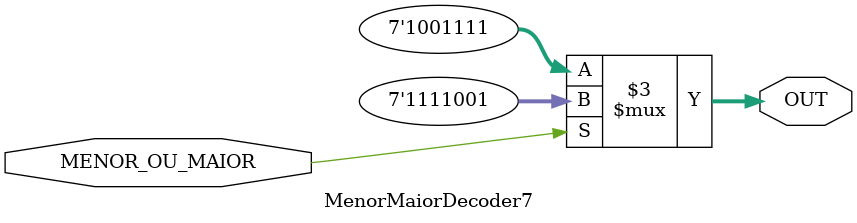
<source format=sv>
module MenorMaiorDecoder7 (
	input logic MENOR_OU_MAIOR,
	output logic [6:0] OUT
);

always_comb begin
	if (MENOR_OU_MAIOR)  OUT = 7'b1111001;
	else 						OUT = 7'b1001111;
end
endmodule

</source>
